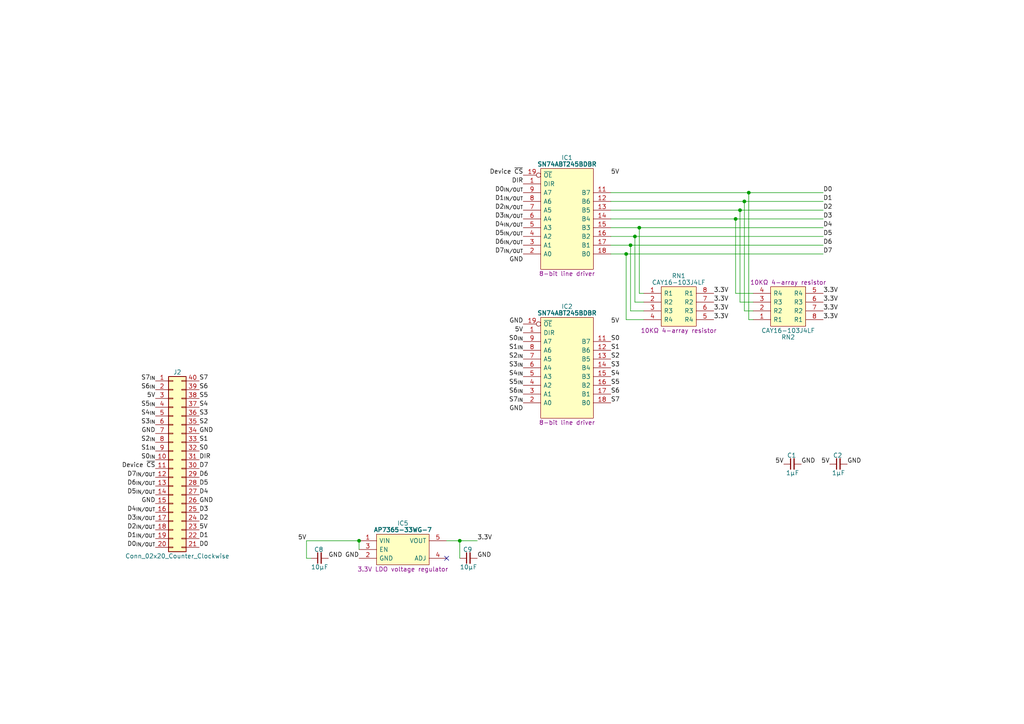
<source format=kicad_sch>
(kicad_sch (version 20230121) (generator eeschema)
  (paper "A4")
  (title_block (title "8bit Data 8bit Signal Buffer") (date "2023-10-07") (rev "V0"))
  (lib_symbols
    (symbol "Bourns:CAY16-103J4LF" (pin_names (offset 0.762))
      (property "Reference" "RN" (at 10.16 5.08 0))
      (property "Value" "CAY16-103J4LF" (at 10.16 3.175 0))
      (property "Description" "10KΩ 4-array resistor" (at 10.16 -10.795 0))
      (symbol "CAY16-103J4LF_0_0"
        (pin passive line (at 0 0 0) (length 5.08) (name "R1") (number "1"))
        (pin passive line (at 0 -2.54 0) (length 5.08) (name "R2") (number "2"))
        (pin passive line (at 0 -5.08 0) (length 5.08) (name "R3") (number "3"))
        (pin passive line (at 0 -7.62 0) (length 5.08) (name "R4") (number "4"))
        (pin passive line (at 20.32 -7.62 180) (length 5.08) (name "R4") (number "5"))
        (pin passive line (at 20.32 -5.08 180) (length 5.08) (name "R3") (number "6"))
        (pin passive line (at 20.32 -2.54 180) (length 5.08) (name "R2") (number "7"))
        (pin passive line (at 20.32 0 180) (length 5.08) (name "R1") (number "8"))
      )
      (symbol "CAY16-103J4LF_0_1"
        (polyline (pts (xy 5.08 1.905) (xy 15.24 1.905) (xy 15.24 -9.525) (xy 5.08 -9.525) (xy 5.08 1.905)) (stroke (width 0.1524)) (fill (type background)))
      )
    )
    (symbol "Connector_Generic:Conn_02x20_Counter_Clockwise" (pin_names (offset 1.016) hide)
      (property "Reference" "J" (at 1.27 25.4 0))
      (property "Value" "Conn_02x20_Counter_Clockwise" (at 1.27 -27.94 0))
      (symbol "Conn_02x20_Counter_Clockwise_1_1"
        (rectangle (start -1.27 -25.273) (end 0 -25.527) (stroke (width 0.1524)))
        (rectangle (start -1.27 -22.733) (end 0 -22.987) (stroke (width 0.1524)))
        (rectangle (start -1.27 -20.193) (end 0 -20.447) (stroke (width 0.1524)))
        (rectangle (start -1.27 -17.653) (end 0 -17.907) (stroke (width 0.1524)))
        (rectangle (start -1.27 -15.113) (end 0 -15.367) (stroke (width 0.1524)))
        (rectangle (start -1.27 -12.573) (end 0 -12.827) (stroke (width 0.1524)))
        (rectangle (start -1.27 -10.033) (end 0 -10.287) (stroke (width 0.1524)))
        (rectangle (start -1.27 -7.493) (end 0 -7.747) (stroke (width 0.1524)))
        (rectangle (start -1.27 -4.953) (end 0 -5.207) (stroke (width 0.1524)))
        (rectangle (start -1.27 -2.413) (end 0 -2.667) (stroke (width 0.1524)))
        (rectangle (start -1.27 0.127) (end 0 -0.127) (stroke (width 0.1524)))
        (rectangle (start -1.27 2.667) (end 0 2.413) (stroke (width 0.1524)))
        (rectangle (start -1.27 5.207) (end 0 4.953) (stroke (width 0.1524)))
        (rectangle (start -1.27 7.747) (end 0 7.493) (stroke (width 0.1524)))
        (rectangle (start -1.27 10.287) (end 0 10.033) (stroke (width 0.1524)))
        (rectangle (start -1.27 12.827) (end 0 12.573) (stroke (width 0.1524)))
        (rectangle (start -1.27 15.367) (end 0 15.113) (stroke (width 0.1524)))
        (rectangle (start -1.27 17.907) (end 0 17.653) (stroke (width 0.1524)))
        (rectangle (start -1.27 20.447) (end 0 20.193) (stroke (width 0.1524)))
        (rectangle (start -1.27 22.987) (end 0 22.733) (stroke (width 0.1524)))
        (rectangle (start -1.27 24.13) (end 3.81 -26.67) (stroke (width 0.254)) (fill (type background)))
        (rectangle (start 3.81 -25.273) (end 2.54 -25.527) (stroke (width 0.1524)))
        (rectangle (start 3.81 -22.733) (end 2.54 -22.987) (stroke (width 0.1524)))
        (rectangle (start 3.81 -20.193) (end 2.54 -20.447) (stroke (width 0.1524)))
        (rectangle (start 3.81 -17.653) (end 2.54 -17.907) (stroke (width 0.1524)))
        (rectangle (start 3.81 -15.113) (end 2.54 -15.367) (stroke (width 0.1524)))
        (rectangle (start 3.81 -12.573) (end 2.54 -12.827) (stroke (width 0.1524)))
        (rectangle (start 3.81 -10.033) (end 2.54 -10.287) (stroke (width 0.1524)))
        (rectangle (start 3.81 -7.493) (end 2.54 -7.747) (stroke (width 0.1524)))
        (rectangle (start 3.81 -4.953) (end 2.54 -5.207) (stroke (width 0.1524)))
        (rectangle (start 3.81 -2.413) (end 2.54 -2.667) (stroke (width 0.1524)))
        (rectangle (start 3.81 0.127) (end 2.54 -0.127) (stroke (width 0.1524)))
        (rectangle (start 3.81 2.667) (end 2.54 2.413) (stroke (width 0.1524)))
        (rectangle (start 3.81 5.207) (end 2.54 4.953) (stroke (width 0.1524)))
        (rectangle (start 3.81 7.747) (end 2.54 7.493) (stroke (width 0.1524)))
        (rectangle (start 3.81 10.287) (end 2.54 10.033) (stroke (width 0.1524)))
        (rectangle (start 3.81 12.827) (end 2.54 12.573) (stroke (width 0.1524)))
        (rectangle (start 3.81 15.367) (end 2.54 15.113) (stroke (width 0.1524)))
        (rectangle (start 3.81 17.907) (end 2.54 17.653) (stroke (width 0.1524)))
        (rectangle (start 3.81 20.447) (end 2.54 20.193) (stroke (width 0.1524)))
        (rectangle (start 3.81 22.987) (end 2.54 22.733) (stroke (width 0.1524)))
        (pin passive line (at -5.08 22.86 0) (length 3.81) (name "Pin_1") (number "1"))
        (pin passive line (at -5.08 0 0) (length 3.81) (name "Pin_10") (number "10"))
        (pin passive line (at -5.08 -2.54 0) (length 3.81) (name "Pin_11") (number "11"))
        (pin passive line (at -5.08 -5.08 0) (length 3.81) (name "Pin_12") (number "12"))
        (pin passive line (at -5.08 -7.62 0) (length 3.81) (name "Pin_13") (number "13"))
        (pin passive line (at -5.08 -10.16 0) (length 3.81) (name "Pin_14") (number "14"))
        (pin passive line (at -5.08 -12.7 0) (length 3.81) (name "Pin_15") (number "15"))
        (pin passive line (at -5.08 -15.24 0) (length 3.81) (name "Pin_16") (number "16"))
        (pin passive line (at -5.08 -17.78 0) (length 3.81) (name "Pin_17") (number "17"))
        (pin passive line (at -5.08 -20.32 0) (length 3.81) (name "Pin_18") (number "18"))
        (pin passive line (at -5.08 -22.86 0) (length 3.81) (name "Pin_19") (number "19"))
        (pin passive line (at -5.08 20.32 0) (length 3.81) (name "Pin_2") (number "2"))
        (pin passive line (at -5.08 -25.4 0) (length 3.81) (name "Pin_20") (number "20"))
        (pin passive line (at 7.62 -25.4 180) (length 3.81) (name "Pin_21") (number "21"))
        (pin passive line (at 7.62 -22.86 180) (length 3.81) (name "Pin_22") (number "22"))
        (pin passive line (at 7.62 -20.32 180) (length 3.81) (name "Pin_23") (number "23"))
        (pin passive line (at 7.62 -17.78 180) (length 3.81) (name "Pin_24") (number "24"))
        (pin passive line (at 7.62 -15.24 180) (length 3.81) (name "Pin_25") (number "25"))
        (pin passive line (at 7.62 -12.7 180) (length 3.81) (name "Pin_26") (number "26"))
        (pin passive line (at 7.62 -10.16 180) (length 3.81) (name "Pin_27") (number "27"))
        (pin passive line (at 7.62 -7.62 180) (length 3.81) (name "Pin_28") (number "28"))
        (pin passive line (at 7.62 -5.08 180) (length 3.81) (name "Pin_29") (number "29"))
        (pin passive line (at -5.08 17.78 0) (length 3.81) (name "Pin_3") (number "3"))
        (pin passive line (at 7.62 -2.54 180) (length 3.81) (name "Pin_30") (number "30"))
        (pin passive line (at 7.62 0 180) (length 3.81) (name "Pin_31") (number "31"))
        (pin passive line (at 7.62 2.54 180) (length 3.81) (name "Pin_32") (number "32"))
        (pin passive line (at 7.62 5.08 180) (length 3.81) (name "Pin_33") (number "33"))
        (pin passive line (at 7.62 7.62 180) (length 3.81) (name "Pin_34") (number "34"))
        (pin passive line (at 7.62 10.16 180) (length 3.81) (name "Pin_35") (number "35"))
        (pin passive line (at 7.62 12.7 180) (length 3.81) (name "Pin_36") (number "36"))
        (pin passive line (at 7.62 15.24 180) (length 3.81) (name "Pin_37") (number "37"))
        (pin passive line (at 7.62 17.78 180) (length 3.81) (name "Pin_38") (number "38"))
        (pin passive line (at 7.62 20.32 180) (length 3.81) (name "Pin_39") (number "39"))
        (pin passive line (at -5.08 15.24 0) (length 3.81) (name "Pin_4") (number "4"))
        (pin passive line (at 7.62 22.86 180) (length 3.81) (name "Pin_40") (number "40"))
        (pin passive line (at -5.08 12.7 0) (length 3.81) (name "Pin_5") (number "5"))
        (pin passive line (at -5.08 10.16 0) (length 3.81) (name "Pin_6") (number "6"))
        (pin passive line (at -5.08 7.62 0) (length 3.81) (name "Pin_7") (number "7"))
        (pin passive line (at -5.08 5.08 0) (length 3.81) (name "Pin_8") (number "8"))
        (pin passive line (at -5.08 2.54 0) (length 3.81) (name "Pin_9") (number "9"))
      )
    )
    (symbol "Diodes_Inc:AP7365-33WG-7" (pin_names (offset 0.762))
      (property "Reference" "IC" (at 12.7 5.08 0))
      (property "Value" "AP7365-33WG-7" (at 12.7 3.175 0))
      (property "Description" "3.3V LDO voltage regulator" (at 12.7 -8.255 0))
      (symbol "AP7365-33WG-7_0_0"
        (pin passive line (at 0 0 0) (length 5.08) (name "VIN") (number "1"))
        (pin passive line (at 0 -5.08 0) (length 5.08) (name "GND") (number "2"))
        (pin input line (at 0 -2.54 0) (length 5.08) (name "EN") (number "3"))
        (pin passive line (at 25.4 -5.08 180) (length 5.08) (name "ADJ") (number "4"))
        (pin passive line (at 25.4 0 180) (length 5.08) (name "VOUT") (number "5"))
      )
      (symbol "AP7365-33WG-7_0_1"
        (polyline (pts (xy 5.08 1.905) (xy 20.32 1.905) (xy 20.32 -6.985) (xy 5.08 -6.985) (xy 5.08 1.905)) (fill (type background)))
      )
    )
    (symbol "HCP65:C_0805" (pin_numbers hide) (pin_names (offset 0.254) hide)
      (property "Reference" "C" (at 2.286 2.54 0))
      (property "Value" "?μF" (at 2.54 -2.54 0))
      (symbol "C_0805_0_1"
        (polyline (pts (xy 1.9685 -1.4605) (xy 1.9685 1.5875)) (stroke (width 0.3048)))
        (polyline (pts (xy 2.9845 -1.4605) (xy 2.9845 1.5875)) (stroke (width 0.3302)))
      )
      (symbol "C_0805_1_1"
        (pin passive line (at 0 0 0) (length 2.032) (name "~") (number "1"))
        (pin passive line (at 5.08 0 180) (length 2.032) (name "~") (number "2"))
      )
    )
    (symbol "Texas_Instruments:SN74ABT245BDBR" (pin_names (offset 0.762))
      (property "Reference" "IC" (at 12.7 5.08 0))
      (property "Value" "SN74ABT245BDBR" (at 12.7 3.175 0))
      (property "Description" "8-bit line driver" (at 12.7 -28.575 0))
      (symbol "SN74ABT245BDBR_0_0"
        (pin input line (at 0 -2.54 0) (length 5.08) (name "DIR") (number "1"))
        (pin passive line (at 0 -25.4 0) (length 5.08) hide (name "GND") (number "10"))
        (pin tri_state line (at 25.4 -5.08 180) (length 5.08) (name "B7") (number "11"))
        (pin tri_state line (at 25.4 -7.62 180) (length 5.08) (name "B6") (number "12"))
        (pin tri_state line (at 25.4 -10.16 180) (length 5.08) (name "B5") (number "13"))
        (pin tri_state line (at 25.4 -12.7 180) (length 5.08) (name "B4") (number "14"))
        (pin tri_state line (at 25.4 -15.24 180) (length 5.08) (name "B3") (number "15"))
        (pin tri_state line (at 25.4 -17.78 180) (length 5.08) (name "B2") (number "16"))
        (pin tri_state line (at 25.4 -20.32 180) (length 5.08) (name "B1") (number "17"))
        (pin tri_state line (at 25.4 -22.86 180) (length 5.08) (name "B0") (number "18"))
        (pin input inverted (at 0 0 0) (length 5.08) (name "~{OE}") (number "19"))
        (pin tri_state line (at 0 -22.86 0) (length 5.08) (name "A0") (number "2"))
        (pin passive line (at 25.4 0 180) (length 5.08) hide (name "5V") (number "20"))
        (pin tri_state line (at 0 -20.32 0) (length 5.08) (name "A1") (number "3"))
        (pin tri_state line (at 0 -17.78 0) (length 5.08) (name "A2") (number "4"))
        (pin tri_state line (at 0 -15.24 0) (length 5.08) (name "A3") (number "5"))
        (pin tri_state line (at 0 -12.7 0) (length 5.08) (name "A4") (number "6"))
        (pin tri_state line (at 0 -10.16 0) (length 5.08) (name "A5") (number "7"))
        (pin tri_state line (at 0 -7.62 0) (length 5.08) (name "A6") (number "8"))
        (pin tri_state line (at 0 -5.08 0) (length 5.08) (name "A7") (number "9"))
      )
      (symbol "SN74ABT245BDBR_0_1"
        (polyline (pts (xy 5.08 1.905) (xy 20.32 1.905) (xy 20.32 -27.305) (xy 5.08 -27.305) (xy 5.08 1.905)) (stroke (width 0.1524)) (fill (type background)))
      )
    )
  )
  (junction (at 184.15 68.58))
  (junction (at 217.17 55.88))
  (junction (at 185.42 66.04))
  (junction (at 104.14 156.845))
  (junction (at 215.9 58.42))
  (junction (at 214.63 60.96))
  (junction (at 213.36 63.5))
  (junction (at 133.35 156.845))
  (junction (at 182.88 71.12))
  (junction (at 181.61 73.66))
  (no_connect (at 129.54 161.925))
  (wire (pts (xy 213.36 63.5) (xy 238.76 63.5)))
  (wire (pts (xy 218.44 90.17) (xy 215.9 90.17)))
  (wire (pts (xy 217.17 55.88) (xy 238.76 55.88)))
  (wire (pts (xy 184.15 68.58) (xy 238.76 68.58)))
  (wire (pts (xy 181.61 92.71) (xy 181.61 73.66)))
  (wire (pts (xy 182.88 90.17) (xy 182.88 71.12)))
  (wire (pts (xy 215.9 58.42) (xy 238.76 58.42)))
  (wire (pts (xy 133.35 161.925) (xy 133.35 156.845)))
  (wire (pts (xy 177.165 60.96) (xy 214.63 60.96)))
  (wire (pts (xy 184.15 87.63) (xy 186.69 87.63)))
  (wire (pts (xy 217.17 55.88) (xy 217.17 92.71)))
  (wire (pts (xy 181.61 73.66) (xy 238.76 73.66)))
  (wire (pts (xy 182.88 71.12) (xy 238.76 71.12)))
  (wire (pts (xy 177.165 58.42) (xy 215.9 58.42)))
  (wire (pts (xy 218.44 92.71) (xy 217.17 92.71)))
  (wire (pts (xy 88.9 156.845) (xy 104.14 156.845)))
  (wire (pts (xy 213.36 85.09) (xy 218.44 85.09)))
  (wire (pts (xy 177.165 66.04) (xy 185.42 66.04)))
  (wire (pts (xy 214.63 60.96) (xy 238.76 60.96)))
  (wire (pts (xy 104.14 156.845) (xy 104.14 159.385)))
  (wire (pts (xy 185.42 85.09) (xy 186.69 85.09)))
  (wire (pts (xy 186.69 90.17) (xy 182.88 90.17)))
  (wire (pts (xy 215.9 58.42) (xy 215.9 90.17)))
  (wire (pts (xy 185.42 85.09) (xy 185.42 66.04)))
  (wire (pts (xy 185.42 66.04) (xy 238.76 66.04)))
  (wire (pts (xy 177.165 63.5) (xy 213.36 63.5)))
  (wire (pts (xy 177.165 71.12) (xy 182.88 71.12)))
  (wire (pts (xy 177.165 55.88) (xy 217.17 55.88)))
  (wire (pts (xy 214.63 87.63) (xy 218.44 87.63)))
  (wire (pts (xy 129.54 156.845) (xy 133.35 156.845)))
  (wire (pts (xy 177.165 73.66) (xy 181.61 73.66)))
  (wire (pts (xy 213.36 85.09) (xy 213.36 63.5)))
  (wire (pts (xy 186.69 92.71) (xy 181.61 92.71)))
  (wire (pts (xy 88.9 156.845) (xy 88.9 161.925)))
  (wire (pts (xy 214.63 87.63) (xy 214.63 60.96)))
  (wire (pts (xy 177.165 68.58) (xy 184.15 68.58)))
  (wire (pts (xy 184.15 87.63) (xy 184.15 68.58)))
  (wire (pts (xy 88.9 161.925) (xy 90.17 161.925)))
  (wire (pts (xy 133.35 156.845) (xy 138.43 156.845)))
  (label "3.3V" (at 238.76 87.63 0))
  (label "S6_{IN}" (at 151.765 114.3 180))
  (label "D4_{IN{slash}OUT}" (at 45.085 148.59 180))
  (label "3.3V" (at 207.01 85.09 0))
  (label "D5_{IN{slash}OUT}" (at 45.085 143.51 180))
  (label "D2" (at 57.785 151.13 0))
  (label "3.3V" (at 238.76 90.17 0))
  (label "S4" (at 177.165 109.22 0))
  (label "S5_{IN}" (at 45.085 118.11 180))
  (label "Device ~{CS}" (at 45.085 135.89 180))
  (label "3.3V" (at 238.76 92.71 0))
  (label "S5_{IN}" (at 151.765 111.76 180))
  (label "D3_{IN{slash}OUT}" (at 45.085 151.13 180))
  (label "D6" (at 238.76 71.12 0))
  (label "S1_{IN}" (at 45.085 130.81 180))
  (label "S3" (at 177.165 106.68 0))
  (label "GND" (at 138.43 161.925 0))
  (label "S1" (at 57.785 128.27 0))
  (label "S7" (at 177.165 116.84 0))
  (label "D0" (at 57.785 158.75 0))
  (label "S7" (at 57.785 110.49 0))
  (label "S4_{IN}" (at 151.765 109.22 180))
  (label "5V" (at 177.165 50.8 0))
  (label "S0_{IN}" (at 45.085 133.35 180))
  (label "S1_{IN}" (at 151.765 101.6 180))
  (label "GND" (at 95.25 161.925 0))
  (label "5V" (at 88.9 156.845 180))
  (label "D1_{IN{slash}OUT}" (at 45.085 156.21 180))
  (label "D7_{IN{slash}OUT}" (at 45.085 138.43 180))
  (label "S2" (at 57.785 123.19 0))
  (label "D4" (at 57.785 143.51 0))
  (label "D2_{IN{slash}OUT}" (at 45.085 153.67 180))
  (label "5V" (at 177.165 93.98 0))
  (label "GND" (at 104.14 161.925 180))
  (label "5V" (at 151.765 96.52 180))
  (label "D1_{IN{slash}OUT}" (at 151.765 58.42 180))
  (label "GND" (at 57.785 146.05 0))
  (label "D2" (at 238.76 60.96 0))
  (label "D2_{IN{slash}OUT}" (at 151.765 60.96 180))
  (label "S5" (at 177.165 111.76 0))
  (label "S4" (at 57.785 118.11 0))
  (label "5V" (at 45.085 115.57 180))
  (label "GND" (at 151.765 119.38 180))
  (label "S2_{IN}" (at 45.085 128.27 180))
  (label "S0" (at 57.785 130.81 0))
  (label "GND" (at 57.785 125.73 0))
  (label "D6_{IN{slash}OUT}" (at 151.765 71.12 180))
  (label "S1" (at 177.165 101.6 0))
  (label "S7_{IN}" (at 151.765 116.84 180))
  (label "D1" (at 57.785 156.21 0))
  (label "D6_{IN{slash}OUT}" (at 45.085 140.97 180))
  (label "S0_{IN}" (at 151.765 99.06 180))
  (label "S5" (at 57.785 115.57 0))
  (label "Device ~{CS}" (at 151.765 50.8 180))
  (label "5V" (at 227.33 134.62 180))
  (label "D0_{IN{slash}OUT}" (at 45.085 158.75 180))
  (label "D3" (at 238.76 63.5 0))
  (label "S6" (at 177.165 114.3 0))
  (label "GND" (at 45.085 146.05 180))
  (label "D3" (at 57.785 148.59 0))
  (label "D6" (at 57.785 138.43 0))
  (label "D1" (at 238.76 58.42 0))
  (label "GND" (at 232.41 134.62 0))
  (label "3.3V" (at 238.76 85.09 0))
  (label "S6_{IN}" (at 45.085 113.03 180))
  (label "3.3V" (at 207.01 87.63 0))
  (label "3.3V" (at 138.43 156.845 0))
  (label "DIR" (at 57.785 133.35 0))
  (label "GND" (at 151.765 93.98 180))
  (label "D0_{IN{slash}OUT}" (at 151.765 55.88 180))
  (label "D4_{IN{slash}OUT}" (at 151.765 66.04 180))
  (label "GND" (at 151.765 76.2 180))
  (label "GND" (at 45.085 125.73 180))
  (label "D7" (at 238.76 73.66 0))
  (label "D5" (at 238.76 68.58 0))
  (label "5V" (at 57.785 153.67 0))
  (label "D5" (at 57.785 140.97 0))
  (label "S3" (at 57.785 120.65 0))
  (label "S2_{IN}" (at 151.765 104.14 180))
  (label "GND" (at 245.745 134.62 0))
  (label "S3_{IN}" (at 151.765 106.68 180))
  (label "S2" (at 177.165 104.14 0))
  (label "S3_{IN}" (at 45.085 123.19 180))
  (label "D7_{IN{slash}OUT}" (at 151.765 73.66 180))
  (label "S6" (at 57.785 113.03 0))
  (label "3.3V" (at 207.01 90.17 0))
  (label "DIR" (at 151.765 53.34 180))
  (label "3.3V" (at 207.01 92.71 0))
  (label "D0" (at 238.76 55.88 0))
  (label "S7_{IN}" (at 45.085 110.49 180))
  (label "D4" (at 238.76 66.04 0))
  (label "S0" (at 177.165 99.06 0))
  (label "5V" (at 240.665 134.62 180))
  (label "S4_{IN}" (at 45.085 120.65 180))
  (label "D3_{IN{slash}OUT}" (at 151.765 63.5 180))
  (label "D7" (at 57.785 135.89 0))
  (label "D5_{IN{slash}OUT}" (at 151.765 68.58 180))
  (symbol (lib_id "Bourns:CAY16-103J4LF") (at 218.44 92.71 0) (mirror x) (unit 1)
    (property "Reference" "RN2" (at 228.6 97.79 0))
    (property "Value" "CAY16-103J4LF" (at 228.6 95.885 0))
    (property "Footprint" "SamacSys_Parts:CAY16-J4" (effects hide))
    (property "Datasheet" "https://www.bourns.com/pdfs/CATCAY.pdf" (effects hide))
    (property "Description" "10KΩ 4-array resistor" (at 228.6 81.915 0))
    (property "Manufacturer_Name" "Bourns" (effects hide))
    (property "Manufacturer_Part_Number" "CAY16-103J4LF\n" (effects hide))
    (property "Mouser Part Number" "652-CAY16-103J4LF" (effects hide))
    (property "Mouser Price/Stock" "https://www.mouser.co.uk/ProductDetail/Bourns/CAY16-472J4LF?qs=vjljXApjgZXDWSqaYW6%252BOA%3D%3D" (effects hide))
    (property "Silkscreen" "10KΩ" (effects hide))
  )
  (symbol (lib_id "HCP65:C_0805") (at 227.33 134.62 0) (unit 1)
    (property "Reference" "C1" (at 229.616 132.08 0))
    (property "Value" "1μF" (at 229.87 137.16 0))
    (property "Footprint" "SamacSys_Parts:C_0805" (effects hide))
  )
  (symbol (lib_id "Texas_Instruments:SN74ABT245BDBR") (at 151.765 50.8 0) (unit 1)
    (property "Reference" "IC1" (at 164.465 45.72 0))
    (property "Value" "SN74ABT245BDBR" (at 164.465 47.625 0) (effects (font bold)))
    (property "Footprint" "SOP65P780X200-20N" (effects hide))
    (property "Datasheet" "http://www.ti.com/lit/gpn/sn74abt245b" (effects hide))
    (property "Description" "8-bit line driver" (at 164.465 79.375 0))
    (property "Height" "2" (effects hide))
    (property "Manufacturer_Name" "Texas Instruments" (effects hide))
    (property "Manufacturer_Part_Number" "SN74ABT245BDBR" (effects hide))
    (property "Mouser Part Number" "595-SN74ABT245BDBR" (effects hide))
    (property "Mouser Price/Stock" "https://www.mouser.co.uk/ProductDetail/Texas-Instruments/SN74ABT245BDBR?qs=5nGYs9Do7G0kvriH65mtcg%3D%3D" (effects hide))
    (property "Silkscreen" "74ABT245" (effects hide))
  )
  (symbol (lib_id "HCP65:C_0805") (at 90.17 161.925 0) (unit 1)
    (property "Reference" "C8" (at 92.456 159.385 0))
    (property "Value" "10µF" (at 90.17 164.465 0) (effects (justify left)))
    (property "Footprint" "SamacSys_Parts:C_0805" (effects hide))
  )
  (symbol (lib_id "Texas_Instruments:SN74ABT245BDBR") (at 151.765 93.98 0) (unit 1)
    (property "Reference" "IC2" (at 164.465 88.9 0))
    (property "Value" "SN74ABT245BDBR" (at 164.465 90.805 0) (effects (font bold)))
    (property "Footprint" "SOP65P780X200-20N" (effects hide))
    (property "Datasheet" "http://www.ti.com/lit/gpn/sn74abt245b" (effects hide))
    (property "Description" "8-bit line driver" (at 164.465 122.555 0))
    (property "Height" "2" (effects hide))
    (property "Manufacturer_Name" "Texas Instruments" (effects hide))
    (property "Manufacturer_Part_Number" "SN74ABT245BDBR" (effects hide))
    (property "Mouser Part Number" "595-SN74ABT245BDBR" (effects hide))
    (property "Mouser Price/Stock" "https://www.mouser.co.uk/ProductDetail/Texas-Instruments/SN74ABT245BDBR?qs=5nGYs9Do7G0kvriH65mtcg%3D%3D" (effects hide))
    (property "Silkscreen" "74ABT245" (effects hide))
  )
  (symbol (lib_id "Bourns:CAY16-103J4LF") (at 186.69 85.09 0) (unit 1)
    (property "Reference" "RN1" (at 196.85 80.01 0))
    (property "Value" "CAY16-103J4LF" (at 196.85 81.915 0))
    (property "Footprint" "SamacSys_Parts:CAY16-J4" (effects hide))
    (property "Datasheet" "https://www.bourns.com/pdfs/CATCAY.pdf" (effects hide))
    (property "Description" "10KΩ 4-array resistor" (at 196.85 95.885 0))
    (property "Manufacturer_Name" "Bourns" (effects hide))
    (property "Manufacturer_Part_Number" "CAY16-103J4LF\n" (effects hide))
    (property "Mouser Part Number" "652-CAY16-103J4LF" (effects hide))
    (property "Mouser Price/Stock" "https://www.mouser.co.uk/ProductDetail/Bourns/CAY16-472J4LF?qs=vjljXApjgZXDWSqaYW6%252BOA%3D%3D" (effects hide))
    (property "Silkscreen" "10KΩ" (effects hide))
  )
  (symbol (lib_id "Diodes_Inc:AP7365-33WG-7") (at 104.14 156.845 0) (unit 1)
    (property "Reference" "IC5" (at 116.84 151.765 0))
    (property "Value" "AP7365-33WG-7" (at 116.84 153.67 0) (effects (font bold)))
    (property "Footprint" "SOT95P285X130-5N" (effects hide))
    (property "Datasheet" "https://componentsearchengine.com/Datasheets/1/AP7365-33WG-7.pdf" (effects hide))
    (property "Description" "3.3V LDO voltage regulator" (at 116.84 165.1 0))
    (property "Height" "1.3" (effects hide))
    (property "Manufacturer_Name" "Diodes Inc." (effects hide))
    (property "Manufacturer_Part_Number" "AP7365-33WG-7" (effects hide))
    (property "Mouser Part Number" "621-AP7365-33WG-7" (effects hide))
    (property "Mouser Price/Stock" "https://www.mouser.co.uk/ProductDetail/Diodes-Incorporated/AP7365-33WG-7?qs=abZ1nkZpTuOZFvxvoFPL0w%3D%3D" (effects hide))
    (property "Arrow Part Number" "AP7365-33WG-7" (effects hide))
    (property "Arrow Price/Stock" "https://www.arrow.com/en/products/ap7365-33wg-7/diodes-incorporated?region=nac" (effects hide))
    (property "Silkscreen" "AP7365" (effects hide))
  )
  (symbol (lib_id "HCP65:C_0805") (at 240.665 134.62 0) (unit 1)
    (property "Reference" "C2" (at 242.951 132.08 0))
    (property "Value" "1μF" (at 243.205 137.16 0))
    (property "Footprint" "SamacSys_Parts:C_0805" (effects hide))
  )
  (symbol (lib_id "HCP65:C_0805") (at 133.35 161.925 0) (unit 1)
    (property "Reference" "C9" (at 135.636 159.385 0))
    (property "Value" "10µF" (at 133.35 164.465 0) (effects (justify left)))
    (property "Footprint" "SamacSys_Parts:C_0805" (effects hide))
  )
  (symbol (lib_id "Connector_Generic:Conn_02x20_Counter_Clockwise") (at 50.165 133.35 0) (unit 1)
    (property "Reference" "J2" (at 51.435 107.95 0))
    (property "Value" "Conn_02x20_Counter_Clockwise" (at 51.435 161.29 0))
    (property "Footprint" "SamacSys_Parts:DIP-40_Board_W15.24mm" (effects hide))
  )
)
</source>
